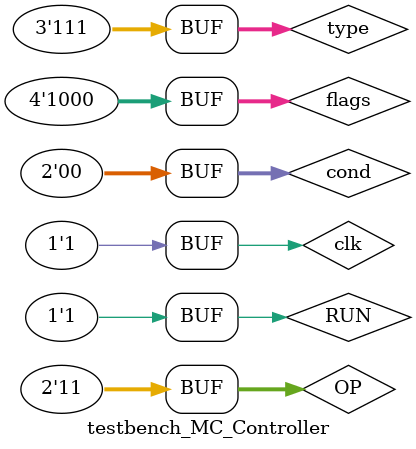
<source format=v>
/*

input [1:0]  cond,
input [1:0]  OP,
input [2:0]  type,
input [3:0]  flags,
input [2:0]  Rd,
input 		 RESET,
input 		 RUN,
input 		 clk,
//outputs
output reg		 PCWrite,
output reg [1:0] AdrSrc,
output reg		 MemWrite,
output reg		 IRWrite,
output reg [2:0] RegSrc,
output reg		 RegWrite,
output reg	 	 ImmSrc,
output reg		 ALUSrcA,
output reg [1:0] ALUSrcB,
output reg [3:0] ALUControl,
output reg [1:0] ResultSrc,
output reg rst

*/
module testbench_MC_Controller();
//inputs are reg 
//outputs are wire
//assume that bus width is 3 to test the result
//inputs
reg [1:0]  cond;
reg [1:0]  OP;
reg [2:0]  type;
reg [3:0]  flags;
reg 		 RUN;
reg 		 clk;


//outputs
wire		 PCWrite;
wire [1:0] AdrSrc;
wire		 MemWrite;
wire		 IRWrite;
wire [2:0] RegSrc;
wire		 RegWrite;
wire	 	 ImmSrc;
wire		 ALUSrcA;
wire [1:0] ALUSrcB;
wire [3:0] ALUControl;
wire [1:0] ResultSrc;





// instantiate device under test
MultiCycle_Controller DUT(
//inputs
cond,
OP,
type,
flags,
RUN,
clk,

//outputs
PCWrite,
AdrSrc,
MemWrite,
IRWrite,
RegSrc,
RegWrite,
ImmSrc,
ALUSrcA,
ALUSrcB,
ALUControl,
ResultSrc
);



initial
begin

RUN=1;
//inputs
cond=2'b00;
OP=2'b00;
type=3'b000;
flags=4'b0000;

end

// generate clock
always // no sensitivity list, so it always executes
	begin
	clk = 0; #50; clk = 1; #50;
	end
	
//change the input signals according to the instructions 
always // no sensitivity list, so it always executes
	begin
//fetch
OP=2'b00;
type=3'b000;

#400; //sub
flags=4'b1011;//////flag update
OP=2'b00;
type=3'b010;

#400; //and

OP=2'b00;
type=3'b100;

#400; //orr

OP=2'b00;
type=3'b101;

#400; //xor

OP=2'b00;
type=3'b110;

#400; //clr

OP=2'b00;
type=3'b111;

#400; //rol

OP=2'b01;
type=3'b000;

#400; //ror

OP=2'b01;
type=3'b001;

#400; //lsl

OP=2'b01;
type=3'b010;

#400; //asr

OP=2'b01;
type=3'b011;

#400; //lsr

OP=2'b01;
type=3'b100;

#400; //ldi

OP=2'b10;
type[2:1]=2'b01;

#300; //ldr

OP=2'b10;
type[2:1]=2'b00;

#500; //str

OP=2'b10;
type[2:1]=2'b10;

#400; //branch und.

OP=2'b11;
type=3'b000;

#300; //branch bl

OP=2'b11;
type=3'b001;

#300; //branch ind.

OP=2'b11;
type=3'b010;

#300; //branch eq

//nzcv
flags=4'b0100; //z=1 means equal case
OP=2'b11;
type=3'b011;

#300; //branch not eq

//nzcv
flags=4'b1011; //z=0 means not equal case
OP=2'b11;
type=3'b100;
#300;

//bc
flags=4'b1010; //c=1 means carry set case
OP=2'b11;
type=3'b101;
#300;

//bnc
flags=4'b1000; //c=0 means not cary set case
OP=2'b11;
type=3'b110;
#300;


//END inst
flags=4'b1000; 
OP=2'b11;
type=3'b111;
#300;



end
	
endmodule
</source>
